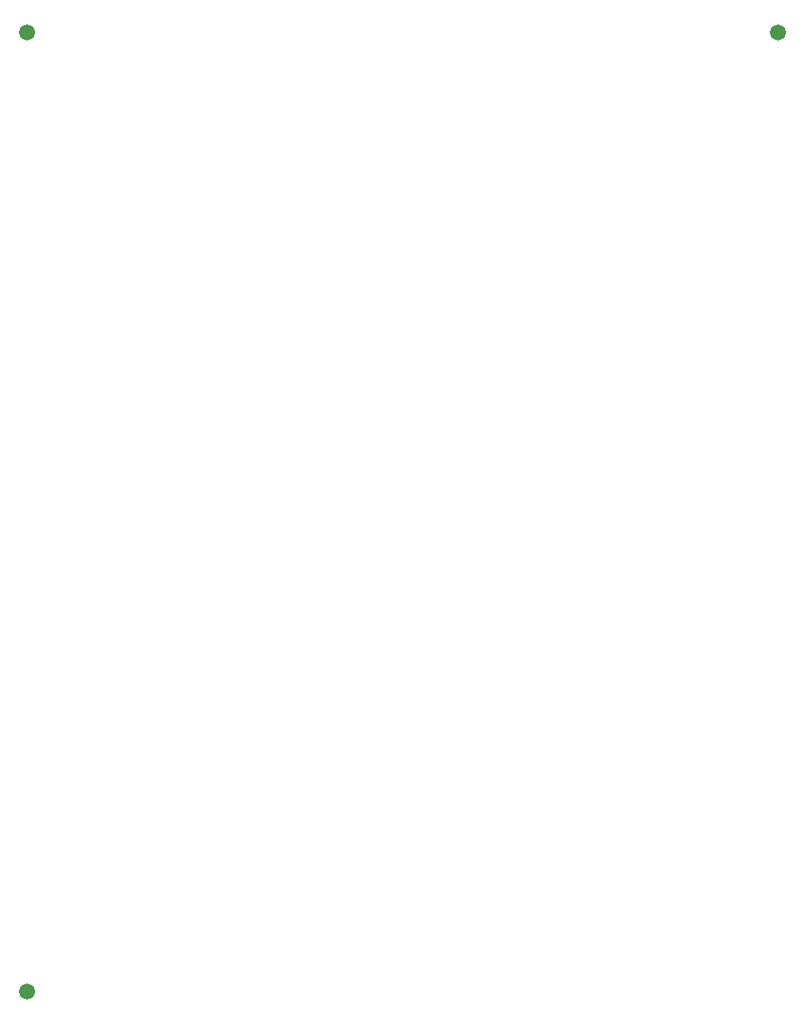
<source format=gbr>
G04 #@! TF.GenerationSoftware,KiCad,Pcbnew,7.0.1-1.fc37*
G04 #@! TF.CreationDate,2023-03-23T23:58:22+01:00*
G04 #@! TF.ProjectId,cw-amp-controll-board,63772d61-6d70-42d6-936f-6e74726f6c6c,rev?*
G04 #@! TF.SameCoordinates,Original*
G04 #@! TF.FileFunction,Other,ECO1*
%FSLAX46Y46*%
G04 Gerber Fmt 4.6, Leading zero omitted, Abs format (unit mm)*
G04 Created by KiCad (PCBNEW 7.0.1-1.fc37) date 2023-03-23 23:58:22*
%MOMM*%
%LPD*%
G01*
G04 APERTURE LIST*
%ADD10C,1.500000*%
G04 APERTURE END LIST*
D10*
G04 #@! TO.C,FID2*
X117000000Y-153000000D03*
G04 #@! TD*
G04 #@! TO.C,FID3*
X187500000Y-63000000D03*
G04 #@! TD*
G04 #@! TO.C,FID1*
X117000000Y-63000000D03*
G04 #@! TD*
M02*

</source>
